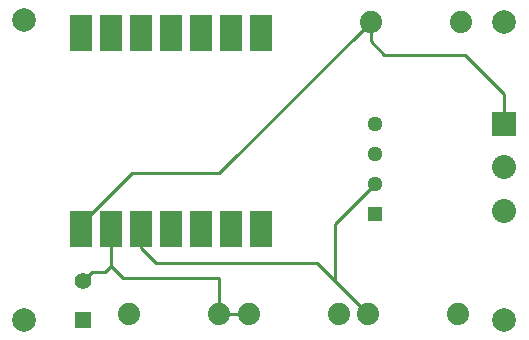
<source format=gtl>
G04 Layer: TopLayer*
G04 EasyEDA v6.5.50, 2025-05-01 09:36:35*
G04 b635e82801d84c3784f216ba710eedd8,4ea17189a5af4923b0f09c00d4425dfb,10*
G04 Gerber Generator version 0.2*
G04 Scale: 100 percent, Rotated: No, Reflected: No *
G04 Dimensions in millimeters *
G04 leading zeros omitted , absolute positions ,4 integer and 5 decimal *
%FSLAX45Y45*%
%MOMM*%

%AMMACRO1*21,1,$1,$2,0,0,$3*%
%ADD10C,0.2540*%
%ADD11MACRO1,1.9X3X0.0000*%
%ADD12C,1.8796*%
%ADD13R,1.2954X1.2954*%
%ADD14C,1.2954*%
%ADD15R,1.3970X1.3970*%
%ADD16C,1.3970*%
%ADD17R,2.0320X2.0320*%
%ADD18C,2.0320*%
%ADD19C,2.0000*%
%ADD20C,0.0118*%

%LPD*%
D10*
X2413000Y3860800D02*
G01*
X2413000Y4165600D01*
X1600200Y4165600D01*
X1498600Y4267200D01*
X3670300Y3860800D02*
G01*
X3238500Y4292600D01*
X1879600Y4292600D01*
X1752600Y4419600D01*
X1752600Y4580128D01*
X3733800Y4965700D02*
G01*
X3390900Y4622800D01*
X3390900Y4140200D01*
X1257300Y4140200D02*
G01*
X1333500Y4216400D01*
X1447800Y4216400D01*
X1498600Y4267200D01*
X1498600Y4580128D01*
X4826000Y5473700D02*
G01*
X4826000Y5727700D01*
X4495800Y6057900D01*
X3810000Y6057900D01*
X3695700Y6172200D01*
X3695700Y6337300D01*
X3695700Y6337300D02*
G01*
X2413000Y5054600D01*
X1676400Y5054600D01*
X1244600Y4622800D01*
X1244600Y4580204D01*
X2667000Y3860800D02*
G01*
X2413000Y3860800D01*
D11*
G01*
X1244603Y4580201D03*
G01*
X1498601Y4580201D03*
G01*
X1752601Y4580201D03*
G01*
X2006601Y4580201D03*
G01*
X2260601Y4580201D03*
G01*
X2514601Y4580201D03*
G01*
X2768598Y4580201D03*
G01*
X2768598Y6240195D03*
G01*
X2514601Y6240195D03*
G01*
X2260601Y6240195D03*
G01*
X2006601Y6240195D03*
G01*
X1752601Y6240195D03*
G01*
X1498601Y6240195D03*
G01*
X1244603Y6240195D03*
D12*
G01*
X4432300Y3860800D03*
G01*
X3670300Y3860800D03*
D13*
G01*
X3733800Y4711700D03*
D14*
G01*
X3733800Y4965700D03*
G01*
X3733800Y5219700D03*
G01*
X3733800Y5473700D03*
D15*
G01*
X1257300Y3810000D03*
D16*
G01*
X1257300Y4140200D03*
D12*
G01*
X3429000Y3860800D03*
G01*
X2667000Y3860800D03*
G01*
X3695700Y6337300D03*
G01*
X4457700Y6337300D03*
G01*
X1651000Y3860800D03*
G01*
X2413000Y3860800D03*
D17*
G01*
X4826012Y5473700D03*
D18*
G01*
X4825987Y5105400D03*
G01*
X4825987Y4737100D03*
D19*
G01*
X762000Y6350000D03*
G01*
X4826000Y3810000D03*
G01*
X4826000Y6337300D03*
G01*
X762000Y3810000D03*
D12*
G01*
X1498600Y4580204D03*
G01*
X1752600Y4580128D03*
G01*
X1244600Y4580204D03*
G01*
X2768600Y4580204D03*
G01*
X2514600Y4580204D03*
G01*
X2260600Y4580204D03*
G01*
X2006600Y4580204D03*
G01*
X1244600Y6240195D03*
G01*
X1498600Y6240195D03*
G01*
X1752600Y6240195D03*
G01*
X2006600Y6240195D03*
G01*
X2260600Y6240195D03*
G01*
X2514600Y6240195D03*
G01*
X2768600Y6240195D03*
M02*

</source>
